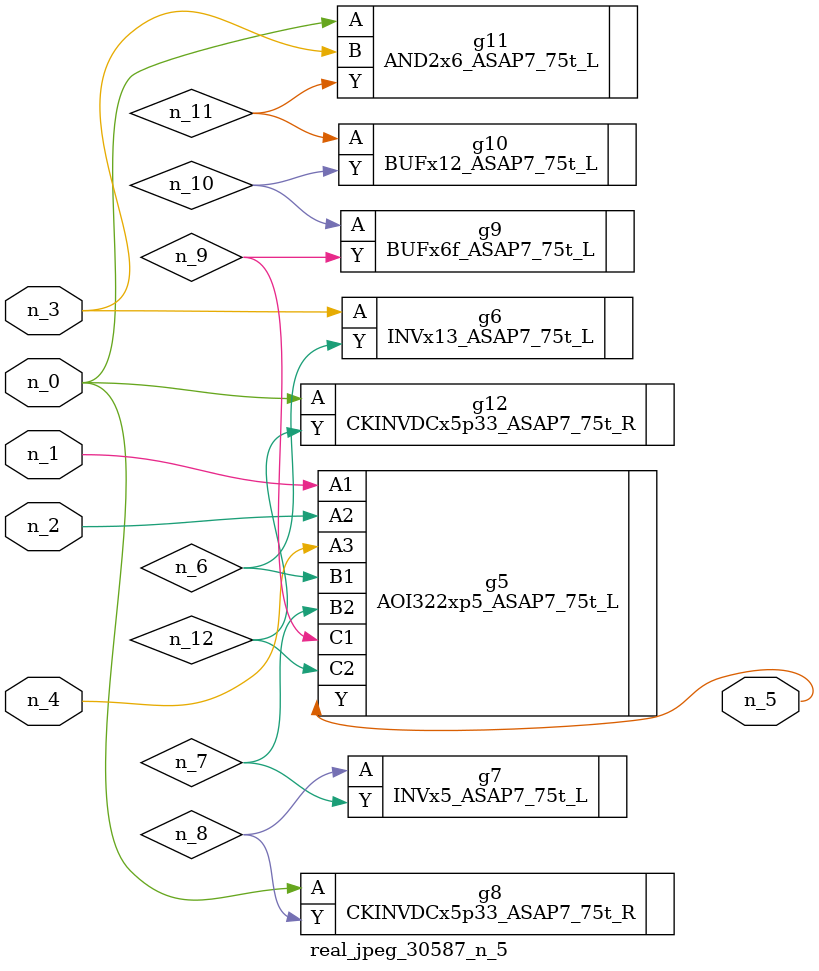
<source format=v>
module real_jpeg_30587_n_5 (n_4, n_0, n_1, n_2, n_3, n_5);

input n_4;
input n_0;
input n_1;
input n_2;
input n_3;

output n_5;

wire n_12;
wire n_8;
wire n_11;
wire n_6;
wire n_7;
wire n_10;
wire n_9;

CKINVDCx5p33_ASAP7_75t_R g8 ( 
.A(n_0),
.Y(n_8)
);

AND2x6_ASAP7_75t_L g11 ( 
.A(n_0),
.B(n_3),
.Y(n_11)
);

CKINVDCx5p33_ASAP7_75t_R g12 ( 
.A(n_0),
.Y(n_12)
);

AOI322xp5_ASAP7_75t_L g5 ( 
.A1(n_1),
.A2(n_2),
.A3(n_4),
.B1(n_6),
.B2(n_7),
.C1(n_9),
.C2(n_12),
.Y(n_5)
);

INVx13_ASAP7_75t_L g6 ( 
.A(n_3),
.Y(n_6)
);

INVx5_ASAP7_75t_L g7 ( 
.A(n_8),
.Y(n_7)
);

BUFx6f_ASAP7_75t_L g9 ( 
.A(n_10),
.Y(n_9)
);

BUFx12_ASAP7_75t_L g10 ( 
.A(n_11),
.Y(n_10)
);


endmodule
</source>
